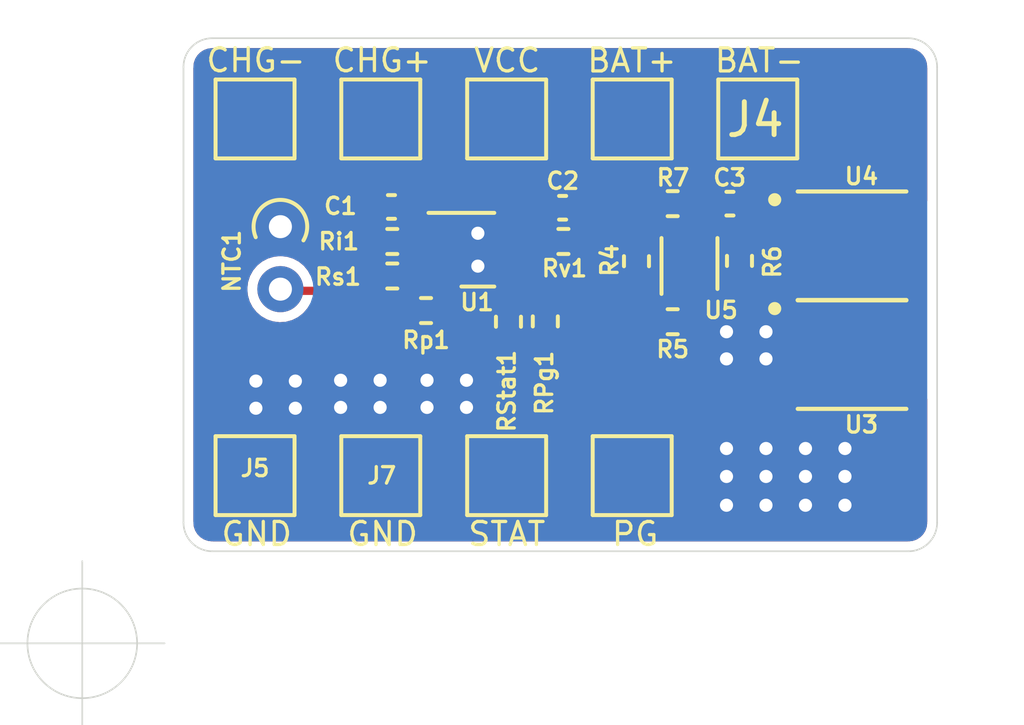
<source format=kicad_pcb>
(kicad_pcb (version 20211014) (generator pcbnew)
  (layers (0 "F.Cu" signal) (31 "B.Cu" signal) (34 "B.Paste" user) (35 "F.Paste" user) (36 "B.SilkS" user "B.Silkscreen") (37 "F.SilkS" user "F.Silkscreen") (38 "B.Mask" user) (39 "F.Mask" user) (44 "Edge.Cuts" user))
  (net 0 "")
  (net 1 "BAT")
  (net 2 "Net-(NTC1-Pad2)")
  (net 3 "Net-(Ri1-Pad1)")
  (net 4 "PG")
  (net 5 "Net-(RPg1-Pad1)")
  (net 6 "STAT")
  (net 7 "Net-(RStat1-Pad1)")
  (net 8 "Net-(Rv1-Pad1)")
  (net 9 "VDD")
  (net 10 "Net-(C+1-Pad1)")
  (net 11 "BAT-")
  (net 12 "Net-(C3-Pad1)")
  (net 13 "Net-(R4-Pad1)")
  (net 14 "Net-(R5-Pad1)")
  (net 15 "Net-(R6-Pad1)")
  (net 16 "Net-(Rp1-Pad1)")
  (net 17 "Net-(U3-Pad5)")
  (footprint "Capacitor_SMD:C_0402_1005Metric" (layer "F.Cu") (at 146.195 86.93 180)
    (fp_text reference "C1" (at 1.55 0.025) (layer "F.SilkS") (effects (font (size 0.5 0.5) (thickness 0.1))))
    (fp_text value "1uF")
    (fp_line (start -0.107836 0.36) (end 0.107836 0.36) (layer "F.SilkS") (width 0.12))
    (fp_line (start -0.107836 -0.36) (end 0.107836 -0.36) (layer "F.SilkS") (width 0.12))
    (pad "1" smd roundrect locked (at -0.48 0 180) (size 0.56 0.62) (layers "F.Cu" "F.Paste" "F.Mask") (net 10 "Net-(C+1-Pad1)"))
    (pad "2" smd roundrect locked (at 0.48 0 180) (size 0.56 0.62) (layers "F.Cu" "F.Paste" "F.Mask") (net 9 "VDD"))
  )
  (footprint "Capacitor_SMD:C_0402_1005Metric" (layer "F.Cu") (at 151.395 86.955 180)
    (fp_text reference "C2" (at -0.005 0.815) (layer "F.SilkS") (effects (font (size 0.5 0.5) (thickness 0.1))))
    (fp_text value "1uF")
    (fp_line (start -0.107836 -0.36) (end 0.107836 -0.36) (layer "F.SilkS") (width 0.12))
    (fp_line (start -0.107836 0.36) (end 0.107836 0.36) (layer "F.SilkS") (width 0.12))
    (pad "1" smd roundrect locked (at -0.48 0 180) (size 0.56 0.62) (layers "F.Cu" "F.Paste" "F.Mask") (net 9 "VDD"))
    (pad "2" smd roundrect locked (at 0.48 0 180) (size 0.56 0.62) (layers "F.Cu" "F.Paste" "F.Mask") (net 1 "BAT"))
  )
  (footprint "Resistor_THT:R_Axial_DIN0204_L3.6mm_D1.6mm_P1.90mm_Vertical" (layer "F.Cu") (at 142.82 87.53 -90)
    (fp_text reference "NTC1" (at 1.05 1.475 90) (layer "F.SilkS") (effects (font (size 0.5 0.5) (thickness 0.1))))
    (fp_text value " 103AT-2")
    (fp_arc (start 0.320095 0.749359) (mid -0.813042 -0.054435) (end 0.417133 -0.7) (layer "F.SilkS") (width 0.12))
    (pad "1" thru_hole circle locked (at 0 0 270) (size 1.4 1.4) (drill 0.7) (layers *.Cu *.Mask) (net 9 "VDD"))
    (pad "2" thru_hole oval locked (at 1.9 0 270) (size 1.4 1.4) (drill 0.7) (layers *.Cu *.Mask) (net 2 "Net-(NTC1-Pad2)"))
  )
  (footprint "Resistor_SMD:R_0402_1005Metric" (layer "F.Cu") (at 146.22 87.98 180)
    (fp_text reference "Ri1" (at 1.625 0 180) (layer "F.SilkS") (effects (font (size 0.5 0.5) (thickness 0.1))))
    (fp_text value "600R")
    (fp_line (start -0.153641 0.38) (end 0.153641 0.38) (layer "F.SilkS") (width 0.12))
    (fp_line (start -0.153641 -0.38) (end 0.153641 -0.38) (layer "F.SilkS") (width 0.12))
    (pad "1" smd roundrect locked (at -0.51 0 180) (size 0.54 0.64) (layers "F.Cu" "F.Paste" "F.Mask") (net 3 "Net-(Ri1-Pad1)"))
    (pad "2" smd roundrect locked (at 0.51 0 180) (size 0.54 0.64) (layers "F.Cu" "F.Paste" "F.Mask") (net 9 "VDD"))
  )
  (footprint "Resistor_SMD:R_0402_1005Metric" (layer "F.Cu") (at 147.245 90.08 180)
    (fp_text reference "Rp1" (at 0 -0.9) (layer "F.SilkS") (effects (font (size 0.5 0.5) (thickness 0.1))))
    (fp_text value "400k")
    (fp_line (start -0.153641 -0.38) (end 0.153641 -0.38) (layer "F.SilkS") (width 0.12))
    (fp_line (start -0.153641 0.38) (end 0.153641 0.38) (layer "F.SilkS") (width 0.12))
    (pad "1" smd roundrect locked (at -0.51 0 180) (size 0.54 0.64) (layers "F.Cu" "F.Paste" "F.Mask") (net 16 "Net-(Rp1-Pad1)"))
    (pad "2" smd roundrect locked (at 0.51 0 180) (size 0.54 0.64) (layers "F.Cu" "F.Paste" "F.Mask") (net 9 "VDD"))
  )
  (footprint "Resistor_SMD:R_0402_1005Metric" (layer "F.Cu") (at 150.87 90.41 -90)
    (fp_text reference "RPg1" (at 1.87 0.03 90) (layer "F.SilkS") (effects (font (size 0.5 0.5) (thickness 0.1))))
    (fp_text value "10K")
    (fp_line (start -0.153641 0.38) (end 0.153641 0.38) (layer "F.SilkS") (width 0.12))
    (fp_line (start -0.153641 -0.38) (end 0.153641 -0.38) (layer "F.SilkS") (width 0.12))
    (pad "1" smd roundrect locked (at -0.51 0 270) (size 0.54 0.64) (layers "F.Cu" "F.Paste" "F.Mask") (net 5 "Net-(RPg1-Pad1)"))
    (pad "2" smd roundrect locked (at 0.51 0 270) (size 0.54 0.64) (layers "F.Cu" "F.Paste" "F.Mask") (net 4 "PG"))
  )
  (footprint "Resistor_SMD:R_0402_1005Metric" (layer "F.Cu") (at 146.22 89.03)
    (fp_text reference "Rs1" (at -1.65 0.025 180) (layer "F.SilkS") (effects (font (size 0.5 0.5) (thickness 0.1))))
    (fp_text value "1.9k")
    (fp_line (start -0.153641 0.38) (end 0.153641 0.38) (layer "F.SilkS") (width 0.12))
    (fp_line (start -0.153641 -0.38) (end 0.153641 -0.38) (layer "F.SilkS") (width 0.12))
    (pad "1" smd roundrect locked (at -0.51 0) (size 0.54 0.64) (layers "F.Cu" "F.Paste" "F.Mask") (net 2 "Net-(NTC1-Pad2)"))
    (pad "2" smd roundrect locked (at 0.51 0) (size 0.54 0.64) (layers "F.Cu" "F.Paste" "F.Mask") (net 16 "Net-(Rp1-Pad1)"))
  )
  (footprint "Resistor_SMD:R_0402_1005Metric" (layer "F.Cu") (at 149.75 90.42 -90)
    (fp_text reference "RStat1" (at 2.11 0.05 90) (layer "F.SilkS") (effects (font (size 0.5 0.5) (thickness 0.1))))
    (fp_text value "10K")
    (fp_line (start -0.153641 -0.38) (end 0.153641 -0.38) (layer "F.SilkS") (width 0.12))
    (fp_line (start -0.153641 0.38) (end 0.153641 0.38) (layer "F.SilkS") (width 0.12))
    (pad "1" smd roundrect locked (at -0.51 0 270) (size 0.54 0.64) (layers "F.Cu" "F.Paste" "F.Mask") (net 7 "Net-(RStat1-Pad1)"))
    (pad "2" smd roundrect locked (at 0.51 0 270) (size 0.54 0.64) (layers "F.Cu" "F.Paste" "F.Mask") (net 6 "STAT"))
  )
  (footprint "Resistor_SMD:R_0402_1005Metric" (layer "F.Cu") (at 151.42 87.98)
    (fp_text reference "Rv1" (at 0.03 0.82) (layer "F.SilkS") (effects (font (size 0.5 0.5) (thickness 0.1))))
    (fp_text value "27K")
    (fp_line (start -0.153641 -0.38) (end 0.153641 -0.38) (layer "F.SilkS") (width 0.12))
    (fp_line (start -0.153641 0.38) (end 0.153641 0.38) (layer "F.SilkS") (width 0.12))
    (pad "1" smd roundrect locked (at -0.51 0) (size 0.54 0.64) (layers "F.Cu" "F.Paste" "F.Mask") (net 8 "Net-(Rv1-Pad1)"))
    (pad "2" smd roundrect locked (at 0.51 0) (size 0.54 0.64) (layers "F.Cu" "F.Paste" "F.Mask") (net 9 "VDD"))
  )
  (footprint "Package_SON:WSON-8-1EP_2x2mm_P0.5mm_EP0.9x1.6mm_ThermalVias" (layer "F.Cu") (at 148.82 88.23)
    (fp_text reference "U1" (at -0.025 1.6 180) (layer "F.SilkS") (effects (font (size 0.5 0.5) (thickness 0.1))))
    (fp_text value "BQ25170")
    (fp_line (start 0.5 1.12) (end -0.5 1.12) (layer "F.SilkS") (width 0.12))
    (fp_line (start -1.5 -1.12) (end 0.5 -1.12) (layer "F.SilkS") (width 0.12))
    (pad "1" smd rect locked (at -0.95 -0.75) (size 0.5 0.25) (layers "F.Cu" "F.Paste" "F.Mask") (net 10 "Net-(C+1-Pad1)"))
    (pad "2" smd rect locked (at -0.95 -0.25) (size 0.5 0.25) (layers "F.Cu" "F.Paste" "F.Mask") (net 3 "Net-(Ri1-Pad1)"))
    (pad "3" smd rect locked (at -0.95 0.25) (size 0.5 0.25) (layers "F.Cu" "F.Paste" "F.Mask") (net 16 "Net-(Rp1-Pad1)"))
    (pad "4" smd rect locked (at -0.95 0.75) (size 0.5 0.25) (layers "F.Cu" "F.Paste" "F.Mask") (net 9 "VDD"))
    (pad "5" smd rect locked (at 0.95 0.75) (size 0.5 0.25) (layers "F.Cu" "F.Paste" "F.Mask") (net 7 "Net-(RStat1-Pad1)"))
    (pad "6" smd rect locked (at 0.95 0.25) (size 0.5 0.25) (layers "F.Cu" "F.Paste" "F.Mask") (net 5 "Net-(RPg1-Pad1)"))
    (pad "7" smd rect locked (at 0.95 -0.25) (size 0.5 0.25) (layers "F.Cu" "F.Paste" "F.Mask") (net 8 "Net-(Rv1-Pad1)"))
    (pad "8" smd rect locked (at 0.95 -0.75) (size 0.5 0.25) (layers "F.Cu" "F.Paste" "F.Mask") (net 1 "BAT"))
    (pad "9" smd rect locked (at 0 0) (size 0.9 1.6) (layers "F.Cu" "F.Mask") (net 9 "VDD"))
    (pad "9" smd rect locked (at 0 0) (size 0.9 1.6) (layers "B.Cu") (net 9 "VDD"))
    (pad "9" thru_hole circle locked (at 0 -0.5) (size 0.6 0.6) (drill 0.4) (layers *.Cu) (net 9 "VDD"))
    (pad "9" thru_hole circle locked (at 0 0.5) (size 0.6 0.6) (drill 0.4) (layers *.Cu) (net 9 "VDD"))
  )
  (footprint "TestPoint:TestPoint_Pad_2.0x2.0mm" (layer "F.Cu") (at 149.695 84.255)
    (fp_text reference "J1" hide)
    (fp_text value "Conn_01x01")
    (fp_line (start -1.2 -1.2) (end 1.2 -1.2) (layer "F.SilkS") (width 0.12))
    (fp_line (start 1.2 1.2) (end -1.2 1.2) (layer "F.SilkS") (width 0.12))
    (fp_line (start -1.2 1.2) (end -1.2 -1.2) (layer "F.SilkS") (width 0.12))
    (fp_line (start 1.2 -1.2) (end 1.2 1.2) (layer "F.SilkS") (width 0.12))
    (pad "1" smd rect locked (at 0 0) (size 2 2) (layers "F.Cu" "F.Mask") (net 1 "BAT"))
  )
  (footprint "TestPoint:TestPoint_Pad_2.0x2.0mm" (layer "F.Cu") (at 149.695 95.1)
    (fp_text reference "J2" hide)
    (fp_text value "Conn_01x01")
    (fp_line (start -1.2 1.2) (end -1.2 -1.2) (layer "F.SilkS") (width 0.12))
    (fp_line (start -1.2 -1.2) (end 1.2 -1.2) (layer "F.SilkS") (width 0.12))
    (fp_line (start 1.2 1.2) (end -1.2 1.2) (layer "F.SilkS") (width 0.12))
    (fp_line (start 1.2 -1.2) (end 1.2 1.2) (layer "F.SilkS") (width 0.12))
    (pad "1" smd rect locked (at 0 0) (size 2 2) (layers "F.Cu" "F.Mask") (net 6 "STAT"))
  )
  (footprint "TestPoint:TestPoint_Pad_2.0x2.0mm" (layer "F.Cu") (at 153.51 95.1)
    (fp_text reference "J3" hide)
    (fp_text value "Conn_01x01")
    (fp_line (start -1.2 1.2) (end -1.2 -1.2) (layer "F.SilkS") (width 0.12))
    (fp_line (start 1.2 -1.2) (end 1.2 1.2) (layer "F.SilkS") (width 0.12))
    (fp_line (start -1.2 -1.2) (end 1.2 -1.2) (layer "F.SilkS") (width 0.12))
    (fp_line (start 1.2 1.2) (end -1.2 1.2) (layer "F.SilkS") (width 0.12))
    (pad "1" smd rect locked (at 0 0) (size 2 2) (layers "F.Cu" "F.Mask") (net 4 "PG"))
  )
  (footprint "TestPoint:TestPoint_Pad_2.0x2.0mm" (layer "F.Cu") (at 145.87 84.255)
    (fp_text reference "C+1" hide)
    (fp_text value "Conn_01x01")
    (fp_line (start 1.2 -1.2) (end 1.2 1.2) (layer "F.SilkS") (width 0.12))
    (fp_line (start -1.2 1.2) (end -1.2 -1.2) (layer "F.SilkS") (width 0.12))
    (fp_line (start 1.2 1.2) (end -1.2 1.2) (layer "F.SilkS") (width 0.12))
    (fp_line (start -1.2 -1.2) (end 1.2 -1.2) (layer "F.SilkS") (width 0.12))
    (pad "1" smd rect locked (at 0 0) (size 2 2) (layers "F.Cu" "F.Mask") (net 10 "Net-(C+1-Pad1)"))
  )
  (footprint "TestPoint:TestPoint_Pad_2.0x2.0mm" (layer "F.Cu") (at 153.51 84.255)
    (fp_text reference "J9" hide)
    (fp_text value "Conn_01x01")
    (fp_line (start 1.2 -1.2) (end 1.2 1.2) (layer "F.SilkS") (width 0.12))
    (fp_line (start -1.2 -1.2) (end 1.2 -1.2) (layer "F.SilkS") (width 0.12))
    (fp_line (start -1.2 1.2) (end -1.2 -1.2) (layer "F.SilkS") (width 0.12))
    (fp_line (start 1.2 1.2) (end -1.2 1.2) (layer "F.SilkS") (width 0.12))
    (pad "1" smd rect locked (at 0 0) (size 2 2) (layers "F.Cu" "F.Mask") (net 1 "BAT"))
  )
  (footprint "Capacitor_SMD:C_0402_1005Metric" (layer "F.Cu") (at 156.48 86.83)
    (fp_text reference "C3" (at -0.01 -0.79) (layer "F.SilkS") (effects (font (size 0.5 0.5) (thickness 0.1))))
    (fp_text value "0.1uF")
    (fp_line (start -0.107836 -0.36) (end 0.107836 -0.36) (layer "F.SilkS") (width 0.12))
    (fp_line (start -0.107836 0.36) (end 0.107836 0.36) (layer "F.SilkS") (width 0.12))
    (pad "1" smd roundrect locked (at -0.48 0) (size 0.56 0.62) (layers "F.Cu" "F.Paste" "F.Mask") (net 12 "Net-(C3-Pad1)"))
    (pad "2" smd roundrect locked (at 0.48 0) (size 0.56 0.62) (layers "F.Cu" "F.Paste" "F.Mask") (net 11 "BAT-"))
  )
  (footprint "TestPoint:TestPoint_Pad_2.0x2.0mm" (layer "F.Cu") (at 142.05 84.255)
    (fp_text reference "C-1" hide)
    (fp_text value "Conn_01x01")
    (fp_line (start -1.2 1.2) (end -1.2 -1.2) (layer "F.SilkS") (width 0.12))
    (fp_line (start -1.2 -1.2) (end 1.2 -1.2) (layer "F.SilkS") (width 0.12))
    (fp_line (start 1.2 -1.2) (end 1.2 1.2) (layer "F.SilkS") (width 0.12))
    (fp_line (start 1.2 1.2) (end -1.2 1.2) (layer "F.SilkS") (width 0.12))
    (pad "1" smd rect locked (at 0 0) (size 2 2) (layers "F.Cu" "F.Mask") (net 9 "VDD"))
  )
  (footprint "TestPoint:TestPoint_Pad_2.0x2.0mm" (layer "F.Cu") (at 142.05 95.1)
    (fp_text reference "J5" (at 0 -0.225) (layer "F.SilkS") (effects (font (size 0.5 0.5) (thickness 0.1))))
    (fp_text value "Conn_01x01")
    (fp_line (start -1.2 1.2) (end -1.2 -1.2) (layer "F.SilkS") (width 0.12))
    (fp_line (start -1.2 -1.2) (end 1.2 -1.2) (layer "F.SilkS") (width 0.12))
    (fp_line (start 1.2 1.2) (end -1.2 1.2) (layer "F.SilkS") (width 0.12))
    (fp_line (start 1.2 -1.2) (end 1.2 1.2) (layer "F.SilkS") (width 0.12))
    (pad "1" smd rect locked (at 0 0) (size 2 2) (layers "F.Cu" "F.Mask") (net 9 "VDD"))
  )
  (footprint "TestPoint:TestPoint_Pad_2.0x2.0mm" (layer "F.Cu") (at 145.87 95.1)
    (fp_text reference "J7" (at 0.03 0) (layer "F.SilkS") (effects (font (size 0.5 0.5) (thickness 0.1))))
    (fp_text value "Conn_01x01")
    (fp_line (start 1.2 -1.2) (end 1.2 1.2) (layer "F.SilkS") (width 0.12))
    (fp_line (start 1.2 1.2) (end -1.2 1.2) (layer "F.SilkS") (width 0.12))
    (fp_line (start -1.2 1.2) (end -1.2 -1.2) (layer "F.SilkS") (width 0.12))
    (fp_line (start -1.2 -1.2) (end 1.2 -1.2) (layer "F.SilkS") (width 0.12))
    (pad "1" smd rect locked (at 0 0) (size 2 2) (layers "F.Cu" "F.Mask") (net 9 "VDD"))
  )
  (footprint "Resistor_SMD:R_0402_1005Metric" (layer "F.Cu") (at 153.64 88.58 -90)
    (fp_text reference "R4" (at -0.03 0.815 90) (layer "F.SilkS") (effects (font (size 0.5 0.5) (thickness 0.1))))
    (fp_text value "2.2k")
    (fp_line (start -0.153641 0.38) (end 0.153641 0.38) (layer "F.SilkS") (width 0.12))
    (fp_line (start -0.153641 -0.38) (end 0.153641 -0.38) (layer "F.SilkS") (width 0.12))
    (pad "1" smd roundrect locked (at -0.51 0 270) (size 0.54 0.64) (layers "F.Cu" "F.Paste" "F.Mask") (net 13 "Net-(R4-Pad1)"))
    (pad "2" smd roundrect locked (at 0.51 0 270) (size 0.54 0.64) (layers "F.Cu" "F.Paste" "F.Mask") (net 9 "VDD"))
  )
  (footprint "Resistor_SMD:R_0402_1005Metric" (layer "F.Cu") (at 154.74 90.42 180)
    (fp_text reference "R5" (at 0 -0.84) (layer "F.SilkS") (effects (font (size 0.5 0.5) (thickness 0.1))))
    (fp_text value "5.1M")
    (fp_line (start -0.153641 -0.38) (end 0.153641 -0.38) (layer "F.SilkS") (width 0.12))
    (fp_line (start -0.153641 0.38) (end 0.153641 0.38) (layer "F.SilkS") (width 0.12))
    (pad "1" smd roundrect locked (at -0.51 0 180) (size 0.54 0.64) (layers "F.Cu" "F.Paste" "F.Mask") (net 14 "Net-(R5-Pad1)"))
    (pad "2" smd roundrect locked (at 0.51 0 180) (size 0.54 0.64) (layers "F.Cu" "F.Paste" "F.Mask") (net 9 "VDD"))
  )
  (footprint "Resistor_SMD:R_0402_1005Metric" (layer "F.Cu") (at 156.77 88.57 90)
    (fp_text reference "R6" (at -0.03 1 90) (layer "F.SilkS") (effects (font (size 0.5 0.5) (thickness 0.1))))
    (fp_text value "5.1M")
    (fp_line (start -0.153641 0.38) (end 0.153641 0.38) (layer "F.SilkS") (width 0.12))
    (fp_line (start -0.153641 -0.38) (end 0.153641 -0.38) (layer "F.SilkS") (width 0.12))
    (pad "1" smd roundrect locked (at -0.51 0 90) (size 0.54 0.64) (layers "F.Cu" "F.Paste" "F.Mask") (net 15 "Net-(R6-Pad1)"))
    (pad "2" smd roundrect locked (at 0.51 0 90) (size 0.54 0.64) (layers "F.Cu" "F.Paste" "F.Mask") (net 11 "BAT-"))
  )
  (footprint "Resistor_SMD:R_0402_1005Metric" (layer "F.Cu") (at 154.74 86.83)
    (fp_text reference "R7" (at 0.01 -0.79) (layer "F.SilkS") (effects (font (size 0.5 0.5) (thickness 0.1))))
    (fp_text value "330R")
    (fp_line (start -0.153641 0.38) (end 0.153641 0.38) (layer "F.SilkS") (width 0.12))
    (fp_line (start -0.153641 -0.38) (end 0.153641 -0.38) (layer "F.SilkS") (width 0.12))
    (pad "1" smd roundrect locked (at -0.51 0) (size 0.54 0.64) (layers "F.Cu" "F.Paste" "F.Mask") (net 1 "BAT"))
    (pad "2" smd roundrect locked (at 0.51 0) (size 0.54 0.64) (layers "F.Cu" "F.Paste" "F.Mask") (net 12 "Net-(C3-Pad1)"))
  )
  (footprint "CSD16406Q3:CSD16406Q3" (layer "F.Cu") (at 160.45 88.25)
    (fp_text reference "U3" (at 0.025 5.3) (layer "F.SilkS") (effects (font (size 0.5 0.5) (thickness 0.1))))
    (fp_text value "CSD16406Q3")
    (fp_poly (pts (xy 1.49 1.945) (xy 1.49 2.445) (xy 1.08 2.445) (xy 1.08 2.595) (xy 1.49 2.595) (xy 1.49 3.095) (xy 1.08 3.095) (xy 1.08 3.245) (xy 1.49 3.245) (xy 1.49 3.745) (xy 1.08 3.745) (xy 1.08 3.895) (xy 1.49 3.895) (xy 1.49 4.395) (xy -0.82 4.395) (xy -0.82 1.945)) (layer "F.Cu") (width 0.01) (fill solid))
    (fp_line (start -1.91 4.82) (end 1.39 4.82) (layer "F.SilkS") (width 0.127))
    (fp_line (start -1.91 1.52) (end 1.39 1.52) (layer "F.SilkS") (width 0.127))
    (fp_circle (center -2.61 1.77) (end -2.51 1.77) (layer "F.SilkS") (width 0.2) (fill none))
    (pad "1" smd rect locked (at -1.695 2.195) (size 0.63 0.5) (layers "F.Cu" "F.Mask") (net 9 "VDD"))
    (pad "2" smd rect locked (at -1.695 2.845) (size 0.63 0.5) (layers "F.Cu" "F.Mask") (net 9 "VDD"))
    (pad "3" smd rect locked (at -1.695 3.495) (size 0.63 0.5) (layers "F.Cu" "F.Mask") (net 9 "VDD"))
    (pad "4" smd rect locked (at -1.695 4.145) (size 0.63 0.5) (layers "F.Cu" "F.Mask") (net 14 "Net-(R5-Pad1)"))
    (pad "5" smd rect locked (at 1.175 4.145) (size 0.63 0.5) (layers "F.Cu") (net 17 "Net-(U3-Pad5)"))
    (pad "6" smd rect locked (at 1.175 3.495) (size 0.63 0.5) (layers "F.Cu") (net 17 "Net-(U3-Pad5)"))
    (pad "7" smd rect locked (at 1.175 2.845) (size 0.63 0.5) (layers "F.Cu") (net 17 "Net-(U3-Pad5)"))
    (pad "8" smd rect locked (at 1.175 2.195) (size 0.63 0.5) (layers "F.Cu") (net 17 "Net-(U3-Pad5)"))
  )
  (footprint "CSD16406Q3:CSD16406Q3" (layer "F.Cu") (at 160.45 84.94)
    (fp_text reference "U4" (at 0.025 1.06) (layer "F.SilkS") (effects (font (size 0.5 0.5) (thickness 0.1))))
    (fp_text value "CSD16406Q3")
    (fp_poly (pts (xy 1.49 1.945) (xy 1.49 2.445) (xy 1.08 2.445) (xy 1.08 2.595) (xy 1.49 2.595) (xy 1.49 3.095) (xy 1.08 3.095) (xy 1.08 3.245) (xy 1.49 3.245) (xy 1.49 3.745) (xy 1.08 3.745) (xy 1.08 3.895) (xy 1.49 3.895) (xy 1.49 4.395) (xy -0.82 4.395) (xy -0.82 1.945)) (layer "F.Cu") (width 0.01) (fill solid))
    (fp_line (start -1.91 1.52) (end 1.39 1.52) (layer "F.SilkS") (width 0.127))
    (fp_line (start -1.91 4.82) (end 1.39 4.82) (layer "F.SilkS") (width 0.127))
    (fp_circle (center -2.61 1.77) (end -2.51 1.77) (layer "F.SilkS") (width 0.2) (fill none))
    (pad "1" smd rect locked (at -1.695 2.195) (size 0.63 0.5) (layers "F.Cu" "F.Mask") (net 11 "BAT-"))
    (pad "2" smd rect locked (at -1.695 2.845) (size 0.63 0.5) (layers "F.Cu" "F.Mask") (net 11 "BAT-"))
    (pad "3" smd rect locked (at -1.695 3.495) (size 0.63 0.5) (layers "F.Cu" "F.Mask") (net 11 "BAT-"))
    (pad "4" smd rect locked (at -1.695 4.145) (size 0.63 0.5) (layers "F.Cu" "F.Mask") (net 15 "Net-(R6-Pad1)"))
    (pad "5" smd rect locked (at 1.175 4.145) (size 0.63 0.5) (layers "F.Cu") (net 17 "Net-(U3-Pad5)"))
    (pad "6" smd rect locked (at 1.175 3.495) (size 0.63 0.5) (layers "F.Cu") (net 17 "Net-(U3-Pad5)"))
    (pad "7" smd rect locked (at 1.175 2.845) (size 0.63 0.5) (layers "F.Cu") (net 17 "Net-(U3-Pad5)"))
    (pad "8" smd rect locked (at 1.175 2.195) (size 0.63 0.5) (layers "F.Cu") (net 17 "Net-(U3-Pad5)"))
  )
  (footprint "Package_SON:WSON-6_1.5x1.5mm_P0.5mm" (layer "F.Cu") (at 155.25 88.63 90)
    (fp_text reference "U5" (at -1.44 0.96 180) (layer "F.SilkS") (effects (font (size 0.5 0.5) (thickness 0.1))))
    (fp_text value "BQ2970")
    (fp_line (start -0.795 0.85) (end 0.755 0.85) (layer "F.SilkS") (width 0.12))
    (fp_line (start -0.945 -0.85) (end 0.755 -0.85) (layer "F.SilkS") (width 0.12))
    (pad "1" smd rect locked (at -0.525 -0.5) (size 0.28 0.85) (layers "F.Cu" "F.Paste" "F.Mask"))
    (pad "2" smd rect locked (at -0.575 0) (size 0.28 0.75) (layers "F.Cu" "F.Paste" "F.Mask") (net 14 "Net-(R5-Pad1)"))
    (pad "3" smd rect locked (at -0.575 0.5) (size 0.28 0.75) (layers "F.Cu" "F.Paste" "F.Mask") (net 15 "Net-(R6-Pad1)"))
    (pad "4" smd rect locked (at 0.575 0.5) (size 0.28 0.75) (layers "F.Cu" "F.Paste" "F.Mask") (net 11 "BAT-"))
    (pad "5" smd rect locked (at 0.575 0) (size 0.28 0.75) (layers "F.Cu" "F.Paste" "F.Mask") (net 12 "Net-(C3-Pad1)"))
    (pad "6" smd rect locked (at 0.575 -0.5) (size 0.28 0.75) (layers "F.Cu" "F.Paste" "F.Mask") (net 13 "Net-(R4-Pad1)"))
  )
  (footprint "TestPoint:TestPoint_Pad_2.0x2.0mm" (layer "F.Cu") (at 157.325 84.255)
    (fp_text reference "J4" (at -0.075 0.02) (layer "F.SilkS"))
    (fp_text value "Conn_01x01")
    (fp_line (start 1.2 1.2) (end -1.2 1.2) (layer "F.SilkS") (width 0.12))
    (fp_line (start -1.2 -1.2) (end 1.2 -1.2) (layer "F.SilkS") (width 0.12))
    (fp_line (start 1.2 -1.2) (end 1.2 1.2) (layer "F.SilkS") (width 0.12))
    (fp_line (start -1.2 1.2) (end -1.2 -1.2) (layer "F.SilkS") (width 0.12))
    (pad "1" smd rect locked (at 0 0) (size 2 2) (layers "F.Cu" "F.Mask") (net 11 "BAT-"))
  )
  (gr_arc (start 139.874999 82.674999) (mid 140.131281 82.056281) (end 140.75 81.8) (layer "Edge.Cuts") (width 0.05))
  (gr_arc (start 140.75 97.4) (mid 140.131281 97.143718) (end 139.875 96.524999) (layer "Edge.Cuts") (width 0.05))
  (gr_arc (start 162.775 96.53) (mid 162.520183 97.145183) (end 161.904999 97.4) (layer "Edge.Cuts") (width 0.05))
  (gr_line (start 162.775 96.53) (end 162.775 82.675) (layer "Edge.Cuts") (width 0.05))
  (gr_line (start 140.75 97.4) (end 161.904999 97.4) (layer "Edge.Cuts") (width 0.05))
  (gr_line (start 139.874999 82.674999) (end 139.875 96.524999) (layer "Edge.Cuts") (width 0.05))
  (gr_line (start 161.900001 81.799999) (end 140.75 81.8) (layer "Edge.Cuts") (width 0.05))
  (gr_arc (start 161.900001 81.799999) (mid 162.518719 82.056281) (end 162.775 82.675) (layer "Edge.Cuts") (width 0.05))
  (gr_text "CHG+" (at 145.91 82.47) (layer "F.SilkS") (effects (font (size 0.7 0.7) (thickness 0.1))))
  (gr_text "BAT+" (at 153.5 82.475) (layer "F.SilkS") (effects (font (size 0.7 0.7) (thickness 0.1))))
  (gr_text "CHG-" (at 142.075 82.47) (layer "F.SilkS") (effects (font (size 0.7 0.7) (thickness 0.1))))
  (gr_text "BAT-" (at 157.375 82.475) (layer "F.SilkS") (effects (font (size 0.7 0.7) (thickness 0.1))))
  (gr_text "GND" (at 142.1 96.875) (layer "F.SilkS") (effects (font (size 0.7 0.7) (thickness 0.1))))
  (gr_text "GND" (at 145.925 96.875) (layer "F.SilkS") (effects (font (size 0.7 0.7) (thickness 0.1))))
  (gr_text "STAT" (at 149.7 96.875) (layer "F.SilkS") (effects (font (size 0.7 0.7) (thickness 0.1))))
  (gr_text "PG" (at 153.6 96.875) (layer "F.SilkS") (effects (font (size 0.7 0.7) (thickness 0.1))))
  (gr_text "VCC" (at 149.71 82.475) (layer "F.SilkS") (effects (font (size 0.7 0.7) (thickness 0.1))))
  (target plus (at 136.8 100.2) (size 5) (width 0.05) (layer "Edge.Cuts"))
  (segment (start 149.645 87.48) (end 149.645 84.28) (width 0.25) (layer "F.Cu") (net 1))
  (segment (start 150.045 86.38) (end 148.925 85.26) (width 0.25) (layer "F.Cu") (net 1))
  (segment (start 150.195 86.23) (end 149.075 85.11) (width 0.25) (layer "F.Cu") (net 1))
  (segment (start 150.27 86.08) (end 149.15 84.96) (width 0.25) (layer "F.Cu") (net 1))
  (segment (start 149.92 87.13) (end 149.92 83.93) (width 0.25) (layer "F.Cu") (net 1))
  (segment (start 150.045 87.03) (end 150.045 83.83) (width 0.25) (layer "F.Cu") (net 1))
  (segment (start 150.245 86.93) (end 150.245 83.73) (width 0.25) (layer "F.Cu") (net 1))
  (segment (start 150.42 86.855) (end 150.42 83.655) (width 0.25) (layer "F.Cu") (net 1))
  (segment (start 150.595 86.855) (end 150.595 83.655) (width 0.25) (layer "F.Cu") (net 1))
  (segment (start 150.745 86.805) (end 150.745 85.225) (width 0.25) (layer "F.Cu") (net 1))
  (segment (start 149.695 84.13) (end 153.52 84.13) (width 0.25) (layer "F.Cu") (net 1))
  (segment (start 149.695 83.93) (end 153.52 83.93) (width 0.25) (layer "F.Cu") (net 1))
  (segment (start 149.695 83.73) (end 153.52 83.73) (width 0.25) (layer "F.Cu") (net 1))
  (segment (start 149.695 83.53) (end 153.52 83.53) (width 0.25) (layer "F.Cu") (net 1))
  (segment (start 149.695 83.43) (end 153.52 83.43) (width 0.25) (layer "F.Cu") (net 1))
  (segment (start 149.695 84.43) (end 153.52 84.43) (width 0.25) (layer "F.Cu") (net 1))
  (segment (start 149.695 84.83) (end 153.52 84.83) (width 0.25) (layer "F.Cu") (net 1))
  (segment (start 149.695 84.63) (end 153.52 84.63) (width 0.25) (layer "F.Cu") (net 1))
  (segment (start 149.695 85.03) (end 153.52 85.03) (width 0.25) (layer "F.Cu") (net 1))
  (segment (start 149.695 85.13) (end 153.52 85.13) (width 0.25) (layer "F.Cu") (net 1))
  (segment (start 151.62 84.73) (end 150.5 85.85) (width 0.25) (layer "F.Cu") (net 1))
  (segment (start 151.72 84.83) (end 150.6 85.95) (width 0.25) (layer "F.Cu") (net 1))
  (segment (start 151.82 84.93) (end 150.7 86.05) (width 0.25) (layer "F.Cu") (net 1))
  (segment (start 154.29 85.04) (end 154.29 86.805) (width 0.25) (layer "F.Cu") (net 1))
  (segment (start 153.46 84.71) (end 154.27 85.52) (width 0.25) (layer "F.Cu") (net 1))
  (segment (start 153.45 85.03) (end 154.26 85.84) (width 0.25) (layer "F.Cu") (net 1))
  (segment (start 153.4 85.18) (end 154.21 85.99) (width 0.25) (layer "F.Cu") (net 1))
  (segment (start 154.08 85.045) (end 154.08 86.81) (width 0.25) (layer "F.Cu") (net 1))
  (segment (start 154.38 85.035) (end 154.38 86.8) (width 0.25) (layer "F.Cu") (net 1))
  (segment (start 150.78 87.14) (end 150.16 87.14) (width 0.25) (layer "F.Cu") (net 1))
  (segment (start 151.06 86.95) (end 151.06 85.37) (width 0.25) (layer "F.Cu") (net 1))
  (segment (start 150.915 85.375) (end 149.795 84.255) (width 0.25) (layer "F.Cu") (net 1))
  (segment (start 150.915 86.955) (end 150.915 85.375) (width 0.25) (layer "F.Cu") (net 1))
  (segment (start 150.295 86.955) (end 149.77 87.48) (width 0.25) (layer "F.Cu") (net 1))
  (segment (start 149.77 87.48) (end 149.77 84.28) (width 0.25) (layer "F.Cu") (net 1))
  (segment (start 154.23 85.065) (end 154.23 86.83) (width 0.25) (layer "F.Cu") (net 1))
  (segment (start 150.915 86.955) (end 150.295 86.955) (width 0.25) (layer "F.Cu") (net 1))
  (segment (start 153.42 84.255) (end 154.23 85.065) (width 0.25) (layer "F.Cu") (net 1))
  (segment (start 149.77 84.28) (end 149.795 84.255) (width 0.25) (layer "F.Cu") (net 1))
  (segment (start 149.795 84.28) (end 150.145 84.63) (width 0.25) (layer "F.Cu") (net 1))
  (segment (start 149.695 84.255) (end 153.52 84.255) (width 0.25) (layer "F.Cu") (net 1))
  (segment (start 142.995 89.48) (end 145.26 89.48) (width 0.25) (layer "F.Cu") (net 2))
  (segment (start 145.26 89.48) (end 145.71 89.03) (width 0.25) (layer "F.Cu") (net 2))
  (segment (start 146.73 87.98) (end 147.87 87.98) (width 0.25) (layer "F.Cu") (net 3))
  (segment (start 153.51 93.335) (end 153.51 95.1) (width 0.7) (layer "F.Cu") (net 4))
  (segment (start 151.095 90.92) (end 153.51 93.335) (width 0.7) (layer "F.Cu") (net 4))
  (segment (start 150.87 90.92) (end 151.095 90.92) (width 0.7) (layer "F.Cu") (net 4))
  (segment (start 149.77 88.48) (end 149.945 88.48) (width 0.25) (layer "F.Cu") (net 5))
  (segment (start 150.87 89.125) (end 150.87 89.9) (width 0.25) (layer "F.Cu") (net 5))
  (segment (start 149.77 88.48) (end 150.225 88.48) (width 0.25) (layer "F.Cu") (net 5))
  (segment (start 150.225 88.48) (end 150.87 89.125) (width 0.25) (layer "F.Cu") (net 5))
  (segment (start 149.75 95.045) (end 149.695 95.1) (width 0.25) (layer "F.Cu") (net 6))
  (segment (start 149.75 90.93) (end 149.75 95.045) (width 0.75) (layer "F.Cu") (net 6))
  (segment (start 149.77 89.94) (end 149.91 90.08) (width 0.25) (layer "F.Cu") (net 7))
  (segment (start 149.77 88.98) (end 149.77 89.94) (width 0.25) (layer "F.Cu") (net 7))
  (segment (start 149.77 87.98) (end 150.91 87.98) (width 0.25) (layer "F.Cu") (net 8))
  (segment (start 145.715 86.93) (end 145.715 87.975) (width 0.25) (layer "F.Cu") (net 9))
  (segment (start 151.875 86.955) (end 151.875 87.925) (width 0.25) (layer "F.Cu") (net 9))
  (segment (start 158.755 91.095) (end 158.755 91.745) (width 0.25) (layer "F.Cu") (net 9))
  (segment (start 147.87 88.98) (end 148.57 88.98) (width 0.25) (layer "F.Cu") (net 9))
  (segment (start 145.715 87.975) (end 145.71 87.98) (width 0.25) (layer "F.Cu") (net 9))
  (segment (start 145.31 87.58) (end 145.71 87.98) (width 0.25) (layer "F.Cu") (net 9))
  (segment (start 146.73 90.075) (end 146.735 90.08) (width 0.25) (layer "F.Cu") (net 9))
  (segment (start 148.57 88.98) (end 148.82 88.73) (width 0.25) (layer "F.Cu") (net 9))
  (segment (start 142.995 87.58) (end 145.31 87.58) (width 0.25) (layer "F.Cu") (net 9))
  (segment (start 151.875 87.925) (end 151.93 87.98) (width 0.25) (layer "F.Cu") (net 9))
  (via (at 157.575 91.55) (size 0.5) (drill 0.4) (layers "F.Cu" "B.Cu") (net 9))
  (via (at 156.375 91.55) (size 0.5) (drill 0.4) (layers "F.Cu" "B.Cu") (net 9))
  (via (at 143.275 93.05) (size 0.5) (drill 0.4) (layers "F.Cu" "B.Cu") (net 9))
  (via (at 143.275 92.225) (size 0.5) (drill 0.4) (layers "F.Cu" "B.Cu") (net 9))
  (via (at 142.075 93.05) (size 0.5) (drill 0.4) (layers "F.Cu" "B.Cu") (net 9))
  (via (at 142.075 92.225) (size 0.5) (drill 0.4) (layers "F.Cu" "B.Cu") (net 9))
  (via (at 145.85 92.2) (size 0.5) (drill 0.4) (layers "F.Cu" "B.Cu") (net 9))
  (via (at 145.85 93.025) (size 0.5) (drill 0.4) (layers "F.Cu" "B.Cu") (net 9))
  (via (at 144.65 93.025) (size 0.5) (drill 0.4) (layers "F.Cu" "B.Cu") (net 9))
  (via (at 144.65 92.2) (size 0.5) (drill 0.4) (layers "F.Cu" "B.Cu") (net 9))
  (via (at 148.475 93.025) (size 0.5) (drill 0.4) (layers "F.Cu" "B.Cu") (net 9))
  (via (at 147.275 93.025) (size 0.5) (drill 0.4) (layers "F.Cu" "B.Cu") (net 9))
  (via (at 147.275 92.2) (size 0.5) (drill 0.4) (layers "F.Cu" "B.Cu") (net 9))
  (via (at 148.475 92.2) (size 0.5) (drill 0.4) (layers "F.Cu" "B.Cu") (net 9))
  (via (at 157.575 94.275) (size 0.5) (drill 0.4) (layers "F.Cu" "B.Cu") (net 9))
  (via (at 156.375 95.125) (size 0.5) (drill 0.4) (layers "F.Cu" "B.Cu") (net 9))
  (via (at 156.375 94.275) (size 0.5) (drill 0.4) (layers "F.Cu" "B.Cu") (net 9))
  (via (at 157.575 95.125) (size 0.5) (drill 0.4) (layers "F.Cu" "B.Cu") (net 9))
  (via (at 158.775 95.125) (size 0.5) (drill 0.4) (layers "F.Cu" "B.Cu") (net 9))
  (via (at 159.975 95.125) (size 0.5) (drill 0.4) (layers "F.Cu" "B.Cu") (net 9))
  (via (at 158.775 94.275) (size 0.5) (drill 0.4) (layers "F.Cu" "B.Cu") (net 9))
  (via (at 159.975 94.275) (size 0.5) (drill 0.4) (layers "F.Cu" "B.Cu") (net 9))
  (via (at 156.375 96) (size 0.5) (drill 0.4) (layers "F.Cu" "B.Cu") (net 9))
  (via (at 157.575 96) (size 0.5) (drill 0.4) (layers "F.Cu" "B.Cu") (net 9))
  (via (at 159.975 96) (size 0.5) (drill 0.4) (layers "F.Cu" "B.Cu") (net 9))
  (via (at 158.775 96) (size 0.5) (drill 0.4) (layers "F.Cu" "B.Cu") (net 9))
  (via (at 156.375 90.725) (size 0.5) (drill 0.4) (layers "F.Cu" "B.Cu") (net 9))
  (via (at 157.575 90.725) (size 0.5) (drill 0.4) (layers "F.Cu" "B.Cu") (net 9))
  (segment (start 145.845 84.405) (end 147.745 86.305) (width 0.25) (layer "F.Cu") (net 10))
  (segment (start 145.745 84.43) (end 147.645 86.33) (width 0.25) (layer "F.Cu") (net 10))
  (segment (start 145.62 84.58) (end 147.52 86.48) (width 0.25) (layer "F.Cu") (net 10))
  (segment (start 147.77 86.13) (end 147.77 87.405) (width 0.25) (layer "F.Cu") (net 10))
  (segment (start 146.87 85.63) (end 146.87 86.905) (width 0.25) (layer "F.Cu") (net 10))
  (segment (start 147.07 85.605) (end 147.07 86.88) (width 0.25) (layer "F.Cu") (net 10))
  (segment (start 147.27 85.63) (end 147.27 86.905) (width 0.25) (layer "F.Cu") (net 10))
  (segment (start 147.295 86.655) (end 147.845 87.205) (width 0.25) (layer "F.Cu") (net 10))
  (segment (start 147.32 86.38) (end 147.87 86.93) (width 0.25) (layer "F.Cu") (net 10))
  (segment (start 147.27 86.23) (end 147.82 86.78) (width 0.25) (layer "F.Cu") (net 10))
  (segment (start 145.915 85.2) (end 146.62 85.905) (width 0.25) (layer "F.Cu") (net 10))
  (segment (start 146.785 87.02) (end 147.43 87.02) (width 0.25) (layer "F.Cu") (net 10))
  (segment (start 146.815 87.11) (end 147.46 87.11) (width 0.25) (layer "F.Cu") (net 10))
  (segment (start 146.52 85.82) (end 146.52 86.915) (width 0.25) (layer "F.Cu") (net 10))
  (segment (start 145.97 84.255) (end 145.97 85.13) (width 0.25) (layer "F.Cu") (net 10))
  (segment (start 146.675 86.93) (end 147.32 86.93) (width 0.25) (layer "F.Cu") (net 10))
  (segment (start 145.97 84.305) (end 147.87 86.205) (width 0.25) (layer "F.Cu") (net 10))
  (segment (start 146.675 85.835) (end 146.675 86.93) (width 0.25) (layer "F.Cu") (net 10))
  (segment (start 145.97 84.255) (end 145.97 84.305) (width 0.25) (layer "F.Cu") (net 10))
  (segment (start 147.87 86.205) (end 147.87 87.48) (width 0.25) (layer "F.Cu") (net 10))
  (segment (start 145.97 85.13) (end 146.675 85.835) (width 0.25) (layer "F.Cu") (net 10))
  (segment (start 147.32 86.93) (end 147.87 87.48) (width 0.25) (layer "F.Cu") (net 10))
  (segment (start 155.755 87.92) (end 156.69 87.92) (width 0.25) (layer "F.Cu") (net 11))
  (segment (start 155.745 88.21) (end 156.68 88.21) (width 0.25) (layer "F.Cu") (net 11))
  (segment (start 158.56 87.135) (end 158.56 88.435) (width 0.25) (layer "F.Cu") (net 11))
  (segment (start 158.94 87.135) (end 158.94 88.435) (width 0.25) (layer "F.Cu") (net 11))
  (segment (start 157 87) (end 158.49 87) (width 0.25) (layer "F.Cu") (net 11))
  (segment (start 157.06 87.22) (end 158.55 87.22) (width 0.25) (layer "F.Cu") (net 11))
  (segment (start 157.05 87.41) (end 158.54 87.41) (width 0.25) (layer "F.Cu") (net 11))
  (segment (start 157.06 87.63) (end 158.55 87.63) (width 0.25) (layer "F.Cu") (net 11))
  (segment (start 157.03 87.86) (end 158.52 87.86) (width 0.25) (layer "F.Cu") (net 11))
  (segment (start 157.02 88.09) (end 158.51 88.09) (width 0.25) (layer "F.Cu") (net 11))
  (segment (start 156.92 88.21) (end 158.41 88.21) (width 0.25) (layer "F.Cu") (net 11))
  (segment (start 158.24 88.23) (end 158.545 88.535) (width 0.25) (layer "F.Cu") (net 11))
  (segment (start 156.8 86.86) (end 156.8 84.65) (width 0.25) (layer "F.Cu") (net 11))
  (segment (start 156.825 85.575) (end 156.46 85.21) (width 0.25) (layer "F.Cu") (net 11))
  (segment (start 157.2 86.975) (end 157.2 84.765) (width 0.25) (layer "F.Cu") (net 11))
  (segment (start 157.4 86.975) (end 157.4 84.765) (width 0.25) (layer "F.Cu") (net 11))
  (segment (start 157.6 87.025) (end 157.6 84.815) (width 0.25) (layer "F.Cu") (net 11))
  (segment (start 157.8 87.05) (end 157.8 84.84) (width 0.25) (layer "F.Cu") (net 11))
  (segment (start 158.025 87.025) (end 158.025 84.815) (width 0.25) (layer "F.Cu") (net 11))
  (segment (start 158.175 87.025) (end 158.175 84.815) (width 0.25) (layer "F.Cu") (net 11))
  (segment (start 158.49 86.865) (end 158.125 86.5) (width 0.25) (layer "F.Cu") (net 11))
  (segment (start 158.755 87.135) (end 158.755 88.435) (width 0.25) (layer "F.Cu") (net 11))
  (segment (start 156.96 86.83) (end 158.45 86.83) (width 0.25) (layer "F.Cu") (net 11))
  (segment (start 156.685 88.055) (end 156.76 88.13) (width 0.25) (layer "F.Cu") (net 11))
  (segment (start 156.96 87.87) (end 156.77 88.06) (width 0.25) (layer "F.Cu") (net 11))
  (segment (start 156.96 84.62) (end 157.325 84.255) (width 0.25) (layer "F.Cu") (net 11))
  (segment (start 156.96 86.83) (end 156.96 87.87) (width 0.25) (layer "F.Cu") (net 11))
  (segment (start 158.45 86.83) (end 158.755 87.135) (width 0.25) (layer "F.Cu") (net 11))
  (segment (start 155.75 88.055) (end 156.685 88.055) (width 0.25) (layer "F.Cu") (net 11))
  (segment (start 156.96 86.83) (end 156.96 84.62) (width 0.25) (layer "F.Cu") (net 11))
  (segment (start 155.25 86.65) (end 156 86.65) (width 0.25) (layer "F.Cu") (net 12))
  (segment (start 155.25 87.02) (end 156 87.02) (width 0.25) (layer "F.Cu") (net 12))
  (segment (start 155.25 86.83) (end 155.25 88.055) (width 0.25) (layer "F.Cu") (net 12))
  (segment (start 155.25 86.83) (end 156 86.83) (width 0.25) (layer "F.Cu") (net 12))
  (segment (start 153.63 87.92) (end 154.725 87.92) (width 0.25) (layer "F.Cu") (net 13))
  (segment (start 153.63 88.22) (end 154.725 88.22) (width 0.25) (layer "F.Cu") (net 13))
  (segment (start 153.64 88.07) (end 154.735 88.07) (width 0.25) (layer "F.Cu") (net 13))
  (segment (start 154.735 88.07) (end 154.75 88.055) (width 0.25) (layer "F.Cu") (net 13))
  (segment (start 155.25 92.2) (end 155.445 92.395) (width 0.25) (layer "F.Cu") (net 14))
  (segment (start 155.445 92.395) (end 158.755 92.395) (width 0.25) (layer "F.Cu") (net 14))
  (segment (start 155.25 89.205) (end 155.25 90.42) (width 0.25) (layer "F.Cu") (net 14))
  (segment (start 155.25 90.42) (end 155.25 92.2) (width 0.25) (layer "F.Cu") (net 14))
  (segment (start 156.735 88.96) (end 155.84 88.96) (width 0.25) (layer "F.Cu") (net 15))
  (segment (start 156.77 89.22) (end 155.875 89.22) (width 0.25) (layer "F.Cu") (net 15))
  (segment (start 156.77 89.21) (end 158.75 89.21) (width 0.25) (layer "F.Cu") (net 15))
  (segment (start 156.81 88.97) (end 158.79 88.97) (width 0.25) (layer "F.Cu") (net 15))
  (segment (start 156.77 89.08) (end 158.75 89.08) (width 0.25) (layer "F.Cu") (net 15))
  (segment (start 156.77 89.08) (end 155.875 89.08) (width 0.25) (layer "F.Cu") (net 15))
  (segment (start 155.925 89.255) (end 155.8 89.38) (width 0.25) (layer "F.Cu") (net 15))
  (segment (start 158.75 89.08) (end 158.755 89.085) (width 0.25) (layer "F.Cu") (net 15))
  (segment (start 147.87 89.965) (end 147.755 90.08) (width 0.25) (layer "F.Cu") (net 16))
  (segment (start 146.73 89.03) (end 146.73 89.055) (width 0.25) (layer "F.Cu") (net 16))
  (segment (start 147.87 88.48) (end 147.28 88.48) (width 0.25) (layer "F.Cu") (net 16))
  (segment (start 146.73 89.055) (end 147.755 90.08) (width 0.25) (layer "F.Cu") (net 16))
  (segment (start 147.28 88.48) (end 146.73 89.03) (width 0.25) (layer "F.Cu") (net 16))
  (segment (start 159.75 89.085) (end 159.75 90.445) (width 0.25) (layer "F.Cu") (net 17))
  (segment (start 159.99 89.08) (end 159.99 90.44) (width 0.25) (layer "F.Cu") (net 17))
  (segment (start 160.22 89.08) (end 160.22 90.44) (width 0.25) (layer "F.Cu") (net 17))
  (segment (start 160.45 89.08) (end 160.45 90.44) (width 0.25) (layer "F.Cu") (net 17))
  (segment (start 160.67 89.08) (end 160.67 90.44) (width 0.25) (layer "F.Cu") (net 17))
  (segment (start 160.89 89.08) (end 160.89 90.44) (width 0.25) (layer "F.Cu") (net 17))
  (segment (start 161.09 89.08) (end 161.09 90.44) (width 0.25) (layer "F.Cu") (net 17))
  (segment (start 161.31 89.08) (end 161.31 90.44) (width 0.25) (layer "F.Cu") (net 17))
  (segment (start 161.48 89.09) (end 161.48 90.45) (width 0.25) (layer "F.Cu") (net 17))
  (segment (start 160.26 89.08) (end 161.62 89.08) (width 0.25) (layer "F.Cu") (net 17))
  (segment (start 159.75 89.07) (end 161.11 89.07) (width 0.25) (layer "F.Cu") (net 17))
  (segment (start 161.625 87.135) (end 161.625 89.085) (width 0.25) (layer "F.Cu") (net 17))
  (segment (start 161.625 89.085) (end 161.625 90.445) (width 0.25) (layer "F.Cu") (net 17))
  (segment (start 161.625 90.445) (end 161.625 92.395) (width 0.25) (layer "F.Cu") (net 17))
  (zone (net 9) (net_name "VDD") (layer "F.Cu") (connect_pads yes (clearance 0.3)) (min_thickness 0.254) (fill yes (thermal_gap 0.508) (thermal_bridge_width 0.508))
    (polygon (pts (xy 165.18086 98.714063) (xy 138.319141 98.735938) (xy 138.319141 80.660938) (xy 165.18086 80.639063)))
  )
  (zone (net 9) (net_name "VDD") (layer "B.Cu") (connect_pads yes (clearance 0.3)) (min_thickness 0.254) (fill yes (thermal_gap 0.508) (thermal_bridge_width 0.508))
    (polygon (pts (xy 165.2875 98.7125) (xy 138.4125 98.7375) (xy 138.4125 80.6625) (xy 165.2875 80.6375)))
  )
)
</source>
